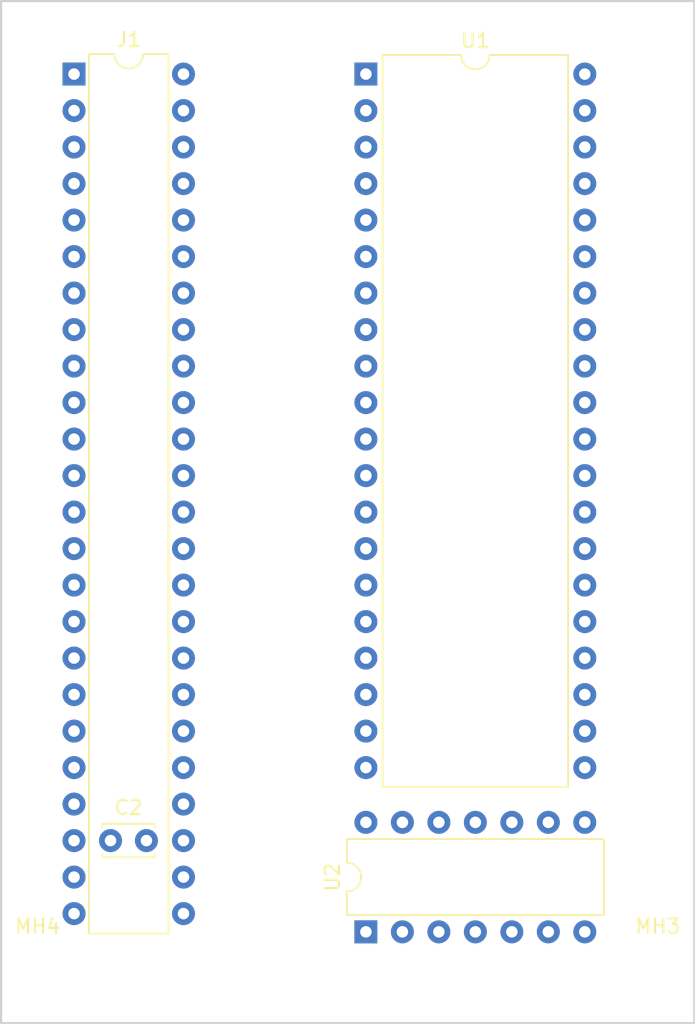
<source format=kicad_pcb>
(kicad_pcb (version 20171130) (host pcbnew 5.1.5+dfsg1-2build2)

  (general
    (thickness 1.6)
    (drawings 4)
    (tracks 0)
    (zones 0)
    (modules 8)
    (nets 70)
  )

  (page A4)
  (layers
    (0 F.Cu signal hide)
    (31 B.Cu signal)
    (32 B.Adhes user)
    (33 F.Adhes user)
    (34 B.Paste user)
    (35 F.Paste user)
    (36 B.SilkS user)
    (37 F.SilkS user)
    (38 B.Mask user)
    (39 F.Mask user)
    (40 Dwgs.User user)
    (41 Cmts.User user)
    (42 Eco1.User user)
    (43 Eco2.User user)
    (44 Edge.Cuts user)
    (45 Margin user)
    (46 B.CrtYd user)
    (47 F.CrtYd user)
    (48 B.Fab user)
    (49 F.Fab user)
  )

  (setup
    (last_trace_width 0.2)
    (user_trace_width 0.2)
    (user_trace_width 0.4)
    (user_trace_width 0.6)
    (user_trace_width 0.8)
    (user_trace_width 1)
    (user_trace_width 1.2)
    (user_trace_width 1.6)
    (user_trace_width 2)
    (trace_clearance 0.2)
    (zone_clearance 0.35)
    (zone_45_only no)
    (trace_min 0.1524)
    (via_size 0.6)
    (via_drill 0.3)
    (via_min_size 0.5)
    (via_min_drill 0.2)
    (user_via 0.9 0.5)
    (user_via 1.2 0.8)
    (user_via 1.4 0.9)
    (user_via 1.5 1)
    (uvia_size 0.3)
    (uvia_drill 0.1)
    (uvias_allowed no)
    (uvia_min_size 0.2)
    (uvia_min_drill 0.1)
    (edge_width 0.15)
    (segment_width 0.2)
    (pcb_text_width 0.3)
    (pcb_text_size 1.5 1.5)
    (mod_edge_width 0.15)
    (mod_text_size 1 1)
    (mod_text_width 0.15)
    (pad_size 3.2 3.2)
    (pad_drill 3.2)
    (pad_to_mask_clearance 0.051)
    (solder_mask_min_width 0.25)
    (aux_axis_origin 101 70)
    (grid_origin 101 70)
    (visible_elements FFFDFF7F)
    (pcbplotparams
      (layerselection 0x010fc_ffffffff)
      (usegerberextensions false)
      (usegerberattributes false)
      (usegerberadvancedattributes false)
      (creategerberjobfile false)
      (excludeedgelayer true)
      (linewidth 0.100000)
      (plotframeref false)
      (viasonmask false)
      (mode 1)
      (useauxorigin false)
      (hpglpennumber 1)
      (hpglpenspeed 20)
      (hpglpendiameter 15.000000)
      (psnegative false)
      (psa4output false)
      (plotreference true)
      (plotvalue true)
      (plotinvisibletext false)
      (padsonsilk false)
      (subtractmaskfromsilk false)
      (outputformat 1)
      (mirror false)
      (drillshape 1)
      (scaleselection 1)
      (outputdirectory ""))
  )

  (net 0 "")
  (net 1 VCC)
  (net 2 GND)
  (net 3 "Net-(U1-Pad14)")
  (net 4 "Net-(U1-Pad13)")
  (net 5 "Net-(J1-Pad20)")
  (net 6 /P53)
  (net 7 "Net-(J1-Pad30)")
  (net 8 "Net-(J1-Pad21)")
  (net 9 "Net-(J1-Pad22)")
  (net 10 "Net-(J1-Pad27)")
  (net 11 "Net-(J1-Pad28)")
  (net 12 "Net-(J1-Pad29)")
  (net 13 /P46)
  (net 14 "Net-(J1-Pad26)")
  (net 15 "Net-(J1-Pad19)")
  (net 16 "Net-(J1-Pad47)")
  (net 17 /P24)
  (net 18 "Net-(J1-Pad46)")
  (net 19 /P23)
  (net 20 "Net-(J1-Pad45)")
  (net 21 /P22)
  (net 22 "Net-(J1-Pad44)")
  (net 23 /P21)
  (net 24 "Net-(J1-Pad43)")
  (net 25 /P20)
  (net 26 "Net-(J1-Pad10)")
  (net 27 /P17)
  (net 28 /P16)
  (net 29 "Net-(J1-Pad39)")
  (net 30 /P15)
  (net 31 /P40)
  (net 32 /P14)
  (net 33 /P41)
  (net 34 /P13)
  (net 35 /P42)
  (net 36 /P12)
  (net 37 /P11)
  (net 38 /P10)
  (net 39 /P45)
  (net 40 "Net-(J1-Pad24)")
  (net 41 "Net-(J1-Pad17)")
  (net 42 "Net-(J1-Pad18)")
  (net 43 "Net-(J1-Pad16)")
  (net 44 "Net-(J1-Pad1)")
  (net 45 "Net-(U1-Pad38)")
  (net 46 "Net-(U1-Pad37)")
  (net 47 "Net-(U1-Pad36)")
  (net 48 "Net-(U1-Pad12)")
  (net 49 "Net-(U1-Pad11)")
  (net 50 "Net-(U1-Pad30)")
  (net 51 "Net-(U1-Pad10)")
  (net 52 "Net-(U1-Pad29)")
  (net 53 "Net-(U1-Pad9)")
  (net 54 "Net-(U1-Pad8)")
  (net 55 "Net-(U1-Pad7)")
  (net 56 /P50)
  (net 57 /P51)
  (net 58 "Net-(J1-Pad31)")
  (net 59 "Net-(J1-Pad42)")
  (net 60 "Net-(J1-Pad41)")
  (net 61 "Net-(J1-Pad40)")
  (net 62 "Net-(J1-Pad35)")
  (net 63 "Net-(J1-Pad34)")
  (net 64 "Net-(U1-Pad39)")
  (net 65 "Net-(U1-Pad35)")
  (net 66 "Net-(U1-Pad34)")
  (net 67 "Net-(U1-Pad33)")
  (net 68 "Net-(U1-Pad32)")
  (net 69 "Net-(U1-Pad31)")

  (net_class Default "This is the default net class."
    (clearance 0.2)
    (trace_width 0.2)
    (via_dia 0.6)
    (via_drill 0.3)
    (uvia_dia 0.3)
    (uvia_drill 0.1)
    (diff_pair_width 0.2)
    (diff_pair_gap 0.2)
    (add_net /P10)
    (add_net /P11)
    (add_net /P12)
    (add_net /P13)
    (add_net /P14)
    (add_net /P15)
    (add_net /P16)
    (add_net /P17)
    (add_net /P20)
    (add_net /P21)
    (add_net /P22)
    (add_net /P23)
    (add_net /P24)
    (add_net /P40)
    (add_net /P41)
    (add_net /P42)
    (add_net /P45)
    (add_net /P46)
    (add_net /P50)
    (add_net /P51)
    (add_net /P53)
    (add_net GND)
    (add_net "Net-(J1-Pad1)")
    (add_net "Net-(J1-Pad10)")
    (add_net "Net-(J1-Pad16)")
    (add_net "Net-(J1-Pad17)")
    (add_net "Net-(J1-Pad18)")
    (add_net "Net-(J1-Pad19)")
    (add_net "Net-(J1-Pad20)")
    (add_net "Net-(J1-Pad21)")
    (add_net "Net-(J1-Pad22)")
    (add_net "Net-(J1-Pad24)")
    (add_net "Net-(J1-Pad26)")
    (add_net "Net-(J1-Pad27)")
    (add_net "Net-(J1-Pad28)")
    (add_net "Net-(J1-Pad29)")
    (add_net "Net-(J1-Pad30)")
    (add_net "Net-(J1-Pad31)")
    (add_net "Net-(J1-Pad34)")
    (add_net "Net-(J1-Pad35)")
    (add_net "Net-(J1-Pad39)")
    (add_net "Net-(J1-Pad40)")
    (add_net "Net-(J1-Pad41)")
    (add_net "Net-(J1-Pad42)")
    (add_net "Net-(J1-Pad43)")
    (add_net "Net-(J1-Pad44)")
    (add_net "Net-(J1-Pad45)")
    (add_net "Net-(J1-Pad46)")
    (add_net "Net-(J1-Pad47)")
    (add_net "Net-(U1-Pad10)")
    (add_net "Net-(U1-Pad11)")
    (add_net "Net-(U1-Pad12)")
    (add_net "Net-(U1-Pad13)")
    (add_net "Net-(U1-Pad14)")
    (add_net "Net-(U1-Pad29)")
    (add_net "Net-(U1-Pad30)")
    (add_net "Net-(U1-Pad31)")
    (add_net "Net-(U1-Pad32)")
    (add_net "Net-(U1-Pad33)")
    (add_net "Net-(U1-Pad34)")
    (add_net "Net-(U1-Pad35)")
    (add_net "Net-(U1-Pad36)")
    (add_net "Net-(U1-Pad37)")
    (add_net "Net-(U1-Pad38)")
    (add_net "Net-(U1-Pad39)")
    (add_net "Net-(U1-Pad7)")
    (add_net "Net-(U1-Pad8)")
    (add_net "Net-(U1-Pad9)")
    (add_net VCC)
  )

  (module Package_DIP:DIP-14_W7.62mm (layer F.Cu) (tedit 5A02E8C5) (tstamp 61A4B534)
    (at 123.86 132.23 90)
    (descr "14-lead though-hole mounted DIP package, row spacing 7.62 mm (300 mils)")
    (tags "THT DIP DIL PDIP 2.54mm 7.62mm 300mil")
    (path /61A5257C)
    (fp_text reference U2 (at 3.81 -2.33 90) (layer F.SilkS)
      (effects (font (size 1 1) (thickness 0.15)))
    )
    (fp_text value 74HCT126 (at 3.81 17.57 90) (layer F.Fab)
      (effects (font (size 1 1) (thickness 0.15)))
    )
    (fp_text user %R (at 3.81 7.62 90) (layer F.Fab)
      (effects (font (size 1 1) (thickness 0.15)))
    )
    (fp_line (start 8.7 -1.55) (end -1.1 -1.55) (layer F.CrtYd) (width 0.05))
    (fp_line (start 8.7 16.8) (end 8.7 -1.55) (layer F.CrtYd) (width 0.05))
    (fp_line (start -1.1 16.8) (end 8.7 16.8) (layer F.CrtYd) (width 0.05))
    (fp_line (start -1.1 -1.55) (end -1.1 16.8) (layer F.CrtYd) (width 0.05))
    (fp_line (start 6.46 -1.33) (end 4.81 -1.33) (layer F.SilkS) (width 0.12))
    (fp_line (start 6.46 16.57) (end 6.46 -1.33) (layer F.SilkS) (width 0.12))
    (fp_line (start 1.16 16.57) (end 6.46 16.57) (layer F.SilkS) (width 0.12))
    (fp_line (start 1.16 -1.33) (end 1.16 16.57) (layer F.SilkS) (width 0.12))
    (fp_line (start 2.81 -1.33) (end 1.16 -1.33) (layer F.SilkS) (width 0.12))
    (fp_line (start 0.635 -0.27) (end 1.635 -1.27) (layer F.Fab) (width 0.1))
    (fp_line (start 0.635 16.51) (end 0.635 -0.27) (layer F.Fab) (width 0.1))
    (fp_line (start 6.985 16.51) (end 0.635 16.51) (layer F.Fab) (width 0.1))
    (fp_line (start 6.985 -1.27) (end 6.985 16.51) (layer F.Fab) (width 0.1))
    (fp_line (start 1.635 -1.27) (end 6.985 -1.27) (layer F.Fab) (width 0.1))
    (fp_arc (start 3.81 -1.33) (end 2.81 -1.33) (angle -180) (layer F.SilkS) (width 0.12))
    (pad 14 thru_hole oval (at 7.62 0 90) (size 1.6 1.6) (drill 0.8) (layers *.Cu *.Mask)
      (net 1 VCC))
    (pad 7 thru_hole oval (at 0 15.24 90) (size 1.6 1.6) (drill 0.8) (layers *.Cu *.Mask)
      (net 2 GND))
    (pad 13 thru_hole oval (at 7.62 2.54 90) (size 1.6 1.6) (drill 0.8) (layers *.Cu *.Mask)
      (net 1 VCC))
    (pad 6 thru_hole oval (at 0 12.7 90) (size 1.6 1.6) (drill 0.8) (layers *.Cu *.Mask)
      (net 64 "Net-(U1-Pad39)"))
    (pad 12 thru_hole oval (at 7.62 5.08 90) (size 1.6 1.6) (drill 0.8) (layers *.Cu *.Mask)
      (net 6 /P53))
    (pad 5 thru_hole oval (at 0 10.16 90) (size 1.6 1.6) (drill 0.8) (layers *.Cu *.Mask)
      (net 13 /P46))
    (pad 11 thru_hole oval (at 7.62 7.62 90) (size 1.6 1.6) (drill 0.8) (layers *.Cu *.Mask)
      (net 6 /P53))
    (pad 4 thru_hole oval (at 0 7.62 90) (size 1.6 1.6) (drill 0.8) (layers *.Cu *.Mask)
      (net 1 VCC))
    (pad 10 thru_hole oval (at 7.62 10.16 90) (size 1.6 1.6) (drill 0.8) (layers *.Cu *.Mask)
      (net 1 VCC))
    (pad 3 thru_hole oval (at 0 5.08 90) (size 1.6 1.6) (drill 0.8) (layers *.Cu *.Mask)
      (net 46 "Net-(U1-Pad37)"))
    (pad 9 thru_hole oval (at 7.62 12.7 90) (size 1.6 1.6) (drill 0.8) (layers *.Cu *.Mask)
      (net 35 /P42))
    (pad 2 thru_hole oval (at 0 2.54 90) (size 1.6 1.6) (drill 0.8) (layers *.Cu *.Mask)
      (net 39 /P45))
    (pad 8 thru_hole oval (at 7.62 15.24 90) (size 1.6 1.6) (drill 0.8) (layers *.Cu *.Mask)
      (net 35 /P42))
    (pad 1 thru_hole rect (at 0 0 90) (size 1.6 1.6) (drill 0.8) (layers *.Cu *.Mask)
      (net 1 VCC))
    (model ${KISYS3DMOD}/Package_DIP.3dshapes/DIP-14_W7.62mm.wrl
      (at (xyz 0 0 0))
      (scale (xyz 1 1 1))
      (rotate (xyz 0 0 0))
    )
  )

  (module 0-LocalLibrary:DIP-48_W7.62mm (layer F.Cu) (tedit 6198C9C5) (tstamp 619B3DEC)
    (at 103.54 72.54)
    (descr "48-lead dip package, row spacing 7.62 mm (300 mils)")
    (tags "DIL DIP PDIP 2.54mm 7.62mm 300mill")
    (path /6217C56F)
    (fp_text reference J1 (at 3.81 -2.39) (layer F.SilkS)
      (effects (font (size 1 1) (thickness 0.15)))
    )
    (fp_text value BionicConnector (at 5.08 60.96) (layer F.Fab)
      (effects (font (size 1 1) (thickness 0.15)))
    )
    (fp_line (start 8.68 60.02) (end 8.68 18.72) (layer F.CrtYd) (width 0.05))
    (fp_line (start 7.365 59.69) (end 0.255 59.69) (layer F.Fab) (width 0.1))
    (fp_line (start 0.255 59.69) (end 0.255 20.05) (layer F.Fab) (width 0.1))
    (fp_line (start -1.1 60.02) (end 8.68 60.02) (layer F.CrtYd) (width 0.05))
    (fp_line (start -1.1 18.72) (end -1.1 60.02) (layer F.CrtYd) (width 0.05))
    (fp_line (start 6.58 59.81) (end 6.58 18.93) (layer F.SilkS) (width 0.12))
    (fp_line (start 1.04 59.81) (end 6.58 59.81) (layer F.SilkS) (width 0.12))
    (fp_line (start 1.04 18.93) (end 1.04 59.81) (layer F.SilkS) (width 0.12))
    (fp_line (start 7.365 19.05) (end 7.365 59.69) (layer F.Fab) (width 0.1))
    (fp_arc (start 3.81 -1.39) (end 2.81 -1.39) (angle -180) (layer F.SilkS) (width 0.12))
    (fp_line (start 8.68 -1.6) (end -1.1 -1.6) (layer F.CrtYd) (width 0.05))
    (fp_line (start 8.68 39.7) (end 8.68 -1.6) (layer F.CrtYd) (width 0.05))
    (fp_line (start -1.1 -1.6) (end -1.1 39.7) (layer F.CrtYd) (width 0.05))
    (fp_line (start 6.58 -1.39) (end 4.81 -1.39) (layer F.SilkS) (width 0.12))
    (fp_line (start 6.58 39.49) (end 6.58 -1.39) (layer F.SilkS) (width 0.12))
    (fp_line (start 1.04 -1.39) (end 1.04 39.49) (layer F.SilkS) (width 0.12))
    (fp_line (start 2.81 -1.39) (end 1.04 -1.39) (layer F.SilkS) (width 0.12))
    (fp_line (start 0.255 -0.27) (end 1.255 -1.27) (layer F.Fab) (width 0.1))
    (fp_line (start 0.255 39.37) (end 0.255 -0.27) (layer F.Fab) (width 0.1))
    (fp_line (start 7.365 -1.27) (end 7.365 39.37) (layer F.Fab) (width 0.1))
    (fp_line (start 1.255 -1.27) (end 7.365 -1.27) (layer F.Fab) (width 0.1))
    (fp_text user %R (at 3.81 19.05) (layer F.Fab)
      (effects (font (size 1 1) (thickness 0.15)))
    )
    (pad 20 thru_hole oval (at 0 48.26) (size 1.6 1.6) (drill 0.8) (layers *.Cu *.Mask)
      (net 5 "Net-(J1-Pad20)"))
    (pad 24 thru_hole oval (at 0 58.42) (size 1.6 1.6) (drill 0.8) (layers *.Cu *.Mask)
      (net 40 "Net-(J1-Pad24)"))
    (pad 25 thru_hole oval (at 7.62 58.42) (size 1.6 1.6) (drill 0.8) (layers *.Cu *.Mask)
      (net 1 VCC))
    (pad 23 thru_hole oval (at 0 55.88) (size 1.6 1.6) (drill 0.8) (layers *.Cu *.Mask)
      (net 6 /P53))
    (pad 30 thru_hole oval (at 7.62 45.72) (size 1.6 1.6) (drill 0.8) (layers *.Cu *.Mask)
      (net 7 "Net-(J1-Pad30)"))
    (pad 21 thru_hole oval (at 0 50.8) (size 1.6 1.6) (drill 0.8) (layers *.Cu *.Mask)
      (net 8 "Net-(J1-Pad21)"))
    (pad 17 thru_hole oval (at 0 40.64) (size 1.6 1.6) (drill 0.8) (layers *.Cu *.Mask)
      (net 41 "Net-(J1-Pad17)"))
    (pad 22 thru_hole oval (at 0 53.34) (size 1.6 1.6) (drill 0.8) (layers *.Cu *.Mask)
      (net 9 "Net-(J1-Pad22)"))
    (pad 27 thru_hole oval (at 7.62 53.34) (size 1.6 1.6) (drill 0.8) (layers *.Cu *.Mask)
      (net 10 "Net-(J1-Pad27)"))
    (pad 18 thru_hole oval (at 0 43.18) (size 1.6 1.6) (drill 0.8) (layers *.Cu *.Mask)
      (net 42 "Net-(J1-Pad18)"))
    (pad 31 thru_hole oval (at 7.62 43.18) (size 1.6 1.6) (drill 0.8) (layers *.Cu *.Mask)
      (net 58 "Net-(J1-Pad31)"))
    (pad 28 thru_hole oval (at 7.62 50.8) (size 1.6 1.6) (drill 0.8) (layers *.Cu *.Mask)
      (net 11 "Net-(J1-Pad28)"))
    (pad 29 thru_hole oval (at 7.62 48.26) (size 1.6 1.6) (drill 0.8) (layers *.Cu *.Mask)
      (net 12 "Net-(J1-Pad29)"))
    (pad 32 thru_hole oval (at 7.62 40.64) (size 1.6 1.6) (drill 0.8) (layers *.Cu *.Mask)
      (net 13 /P46))
    (pad 26 thru_hole oval (at 7.62 55.88) (size 1.6 1.6) (drill 0.8) (layers *.Cu *.Mask)
      (net 14 "Net-(J1-Pad26)"))
    (pad 19 thru_hole oval (at 0 45.72) (size 1.6 1.6) (drill 0.8) (layers *.Cu *.Mask)
      (net 15 "Net-(J1-Pad19)"))
    (pad 48 thru_hole oval (at 7.62 0) (size 1.6 1.6) (drill 0.8) (layers *.Cu *.Mask)
      (net 2 GND))
    (pad 16 thru_hole oval (at 0 38.1) (size 1.6 1.6) (drill 0.8) (layers *.Cu *.Mask)
      (net 43 "Net-(J1-Pad16)"))
    (pad 47 thru_hole oval (at 7.62 2.54) (size 1.6 1.6) (drill 0.8) (layers *.Cu *.Mask)
      (net 16 "Net-(J1-Pad47)"))
    (pad 15 thru_hole oval (at 0 35.56) (size 1.6 1.6) (drill 0.8) (layers *.Cu *.Mask)
      (net 17 /P24))
    (pad 46 thru_hole oval (at 7.62 5.08) (size 1.6 1.6) (drill 0.8) (layers *.Cu *.Mask)
      (net 18 "Net-(J1-Pad46)"))
    (pad 14 thru_hole oval (at 0 33.02) (size 1.6 1.6) (drill 0.8) (layers *.Cu *.Mask)
      (net 19 /P23))
    (pad 45 thru_hole oval (at 7.62 7.62) (size 1.6 1.6) (drill 0.8) (layers *.Cu *.Mask)
      (net 20 "Net-(J1-Pad45)"))
    (pad 13 thru_hole oval (at 0 30.48) (size 1.6 1.6) (drill 0.8) (layers *.Cu *.Mask)
      (net 21 /P22))
    (pad 44 thru_hole oval (at 7.62 10.16) (size 1.6 1.6) (drill 0.8) (layers *.Cu *.Mask)
      (net 22 "Net-(J1-Pad44)"))
    (pad 12 thru_hole oval (at 0 27.94) (size 1.6 1.6) (drill 0.8) (layers *.Cu *.Mask)
      (net 23 /P21))
    (pad 43 thru_hole oval (at 7.62 12.7) (size 1.6 1.6) (drill 0.8) (layers *.Cu *.Mask)
      (net 24 "Net-(J1-Pad43)"))
    (pad 11 thru_hole oval (at 0 25.4) (size 1.6 1.6) (drill 0.8) (layers *.Cu *.Mask)
      (net 25 /P20))
    (pad 42 thru_hole oval (at 7.62 15.24) (size 1.6 1.6) (drill 0.8) (layers *.Cu *.Mask)
      (net 59 "Net-(J1-Pad42)"))
    (pad 10 thru_hole oval (at 0 22.86) (size 1.6 1.6) (drill 0.8) (layers *.Cu *.Mask)
      (net 26 "Net-(J1-Pad10)"))
    (pad 41 thru_hole oval (at 7.62 17.78) (size 1.6 1.6) (drill 0.8) (layers *.Cu *.Mask)
      (net 60 "Net-(J1-Pad41)"))
    (pad 9 thru_hole oval (at 0 20.32) (size 1.6 1.6) (drill 0.8) (layers *.Cu *.Mask)
      (net 27 /P17))
    (pad 40 thru_hole oval (at 7.62 20.32) (size 1.6 1.6) (drill 0.8) (layers *.Cu *.Mask)
      (net 61 "Net-(J1-Pad40)"))
    (pad 8 thru_hole oval (at 0 17.78) (size 1.6 1.6) (drill 0.8) (layers *.Cu *.Mask)
      (net 28 /P16))
    (pad 39 thru_hole oval (at 7.62 22.86) (size 1.6 1.6) (drill 0.8) (layers *.Cu *.Mask)
      (net 29 "Net-(J1-Pad39)"))
    (pad 7 thru_hole oval (at 0 15.24) (size 1.6 1.6) (drill 0.8) (layers *.Cu *.Mask)
      (net 30 /P15))
    (pad 38 thru_hole oval (at 7.62 25.4) (size 1.6 1.6) (drill 0.8) (layers *.Cu *.Mask)
      (net 31 /P40))
    (pad 6 thru_hole oval (at 0 12.7) (size 1.6 1.6) (drill 0.8) (layers *.Cu *.Mask)
      (net 32 /P14))
    (pad 37 thru_hole oval (at 7.62 27.94) (size 1.6 1.6) (drill 0.8) (layers *.Cu *.Mask)
      (net 33 /P41))
    (pad 5 thru_hole oval (at 0 10.16) (size 1.6 1.6) (drill 0.8) (layers *.Cu *.Mask)
      (net 34 /P13))
    (pad 36 thru_hole oval (at 7.62 30.48) (size 1.6 1.6) (drill 0.8) (layers *.Cu *.Mask)
      (net 35 /P42))
    (pad 4 thru_hole oval (at 0 7.62) (size 1.6 1.6) (drill 0.8) (layers *.Cu *.Mask)
      (net 36 /P12))
    (pad 35 thru_hole oval (at 7.62 33.02) (size 1.6 1.6) (drill 0.8) (layers *.Cu *.Mask)
      (net 62 "Net-(J1-Pad35)"))
    (pad 3 thru_hole oval (at 0 5.08) (size 1.6 1.6) (drill 0.8) (layers *.Cu *.Mask)
      (net 37 /P11))
    (pad 34 thru_hole oval (at 7.62 35.56) (size 1.6 1.6) (drill 0.8) (layers *.Cu *.Mask)
      (net 63 "Net-(J1-Pad34)"))
    (pad 2 thru_hole oval (at 0 2.54) (size 1.6 1.6) (drill 0.8) (layers *.Cu *.Mask)
      (net 38 /P10))
    (pad 33 thru_hole oval (at 7.62 38.1) (size 1.6 1.6) (drill 0.8) (layers *.Cu *.Mask)
      (net 39 /P45))
    (pad 1 thru_hole rect (at 0 0) (size 1.6 1.6) (drill 0.8) (layers *.Cu *.Mask)
      (net 44 "Net-(J1-Pad1)"))
    (model ${KISYS3DMOD}/Package_DIP.3dshapes/DIP-32_W7.62mm.wrl
      (at (xyz 0 0 0))
      (scale (xyz 1 1 1))
      (rotate (xyz 0 0 0))
    )
  )

  (module Package_DIP:DIP-40_W15.24mm (layer F.Cu) (tedit 5A02E8C5) (tstamp 618ABB52)
    (at 123.86 72.54)
    (descr "40-lead though-hole mounted DIP package, row spacing 15.24 mm (600 mils)")
    (tags "THT DIP DIL PDIP 2.54mm 15.24mm 600mil")
    (path /6218ACEF)
    (fp_text reference U1 (at 7.62 -2.33) (layer F.SilkS)
      (effects (font (size 1 1) (thickness 0.15)))
    )
    (fp_text value MC146805E2P (at 7.62 50.59) (layer F.Fab)
      (effects (font (size 1 1) (thickness 0.15)))
    )
    (fp_text user %R (at 7.62 24.13) (layer F.Fab)
      (effects (font (size 1 1) (thickness 0.15)))
    )
    (fp_line (start 16.3 -1.55) (end -1.05 -1.55) (layer F.CrtYd) (width 0.05))
    (fp_line (start 16.3 49.8) (end 16.3 -1.55) (layer F.CrtYd) (width 0.05))
    (fp_line (start -1.05 49.8) (end 16.3 49.8) (layer F.CrtYd) (width 0.05))
    (fp_line (start -1.05 -1.55) (end -1.05 49.8) (layer F.CrtYd) (width 0.05))
    (fp_line (start 14.08 -1.33) (end 8.62 -1.33) (layer F.SilkS) (width 0.12))
    (fp_line (start 14.08 49.59) (end 14.08 -1.33) (layer F.SilkS) (width 0.12))
    (fp_line (start 1.16 49.59) (end 14.08 49.59) (layer F.SilkS) (width 0.12))
    (fp_line (start 1.16 -1.33) (end 1.16 49.59) (layer F.SilkS) (width 0.12))
    (fp_line (start 6.62 -1.33) (end 1.16 -1.33) (layer F.SilkS) (width 0.12))
    (fp_line (start 0.255 -0.27) (end 1.255 -1.27) (layer F.Fab) (width 0.1))
    (fp_line (start 0.255 49.53) (end 0.255 -0.27) (layer F.Fab) (width 0.1))
    (fp_line (start 14.985 49.53) (end 0.255 49.53) (layer F.Fab) (width 0.1))
    (fp_line (start 14.985 -1.27) (end 14.985 49.53) (layer F.Fab) (width 0.1))
    (fp_line (start 1.255 -1.27) (end 14.985 -1.27) (layer F.Fab) (width 0.1))
    (fp_arc (start 7.62 -1.33) (end 6.62 -1.33) (angle -180) (layer F.SilkS) (width 0.12))
    (pad 40 thru_hole oval (at 15.24 0) (size 1.6 1.6) (drill 0.8) (layers *.Cu *.Mask)
      (net 1 VCC))
    (pad 20 thru_hole oval (at 0 48.26) (size 1.6 1.6) (drill 0.8) (layers *.Cu *.Mask)
      (net 2 GND))
    (pad 39 thru_hole oval (at 15.24 2.54) (size 1.6 1.6) (drill 0.8) (layers *.Cu *.Mask)
      (net 64 "Net-(U1-Pad39)"))
    (pad 19 thru_hole oval (at 0 45.72) (size 1.6 1.6) (drill 0.8) (layers *.Cu *.Mask)
      (net 25 /P20))
    (pad 38 thru_hole oval (at 15.24 5.08) (size 1.6 1.6) (drill 0.8) (layers *.Cu *.Mask)
      (net 45 "Net-(U1-Pad38)"))
    (pad 18 thru_hole oval (at 0 43.18) (size 1.6 1.6) (drill 0.8) (layers *.Cu *.Mask)
      (net 23 /P21))
    (pad 37 thru_hole oval (at 15.24 7.62) (size 1.6 1.6) (drill 0.8) (layers *.Cu *.Mask)
      (net 46 "Net-(U1-Pad37)"))
    (pad 17 thru_hole oval (at 0 40.64) (size 1.6 1.6) (drill 0.8) (layers *.Cu *.Mask)
      (net 21 /P22))
    (pad 36 thru_hole oval (at 15.24 10.16) (size 1.6 1.6) (drill 0.8) (layers *.Cu *.Mask)
      (net 47 "Net-(U1-Pad36)"))
    (pad 16 thru_hole oval (at 0 38.1) (size 1.6 1.6) (drill 0.8) (layers *.Cu *.Mask)
      (net 19 /P23))
    (pad 35 thru_hole oval (at 15.24 12.7) (size 1.6 1.6) (drill 0.8) (layers *.Cu *.Mask)
      (net 65 "Net-(U1-Pad35)"))
    (pad 15 thru_hole oval (at 0 35.56) (size 1.6 1.6) (drill 0.8) (layers *.Cu *.Mask)
      (net 17 /P24))
    (pad 34 thru_hole oval (at 15.24 15.24) (size 1.6 1.6) (drill 0.8) (layers *.Cu *.Mask)
      (net 66 "Net-(U1-Pad34)"))
    (pad 14 thru_hole oval (at 0 33.02) (size 1.6 1.6) (drill 0.8) (layers *.Cu *.Mask)
      (net 3 "Net-(U1-Pad14)"))
    (pad 33 thru_hole oval (at 15.24 17.78) (size 1.6 1.6) (drill 0.8) (layers *.Cu *.Mask)
      (net 67 "Net-(U1-Pad33)"))
    (pad 13 thru_hole oval (at 0 30.48) (size 1.6 1.6) (drill 0.8) (layers *.Cu *.Mask)
      (net 4 "Net-(U1-Pad13)"))
    (pad 32 thru_hole oval (at 15.24 20.32) (size 1.6 1.6) (drill 0.8) (layers *.Cu *.Mask)
      (net 68 "Net-(U1-Pad32)"))
    (pad 12 thru_hole oval (at 0 27.94) (size 1.6 1.6) (drill 0.8) (layers *.Cu *.Mask)
      (net 48 "Net-(U1-Pad12)"))
    (pad 31 thru_hole oval (at 15.24 22.86) (size 1.6 1.6) (drill 0.8) (layers *.Cu *.Mask)
      (net 69 "Net-(U1-Pad31)"))
    (pad 11 thru_hole oval (at 0 25.4) (size 1.6 1.6) (drill 0.8) (layers *.Cu *.Mask)
      (net 49 "Net-(U1-Pad11)"))
    (pad 30 thru_hole oval (at 15.24 25.4) (size 1.6 1.6) (drill 0.8) (layers *.Cu *.Mask)
      (net 50 "Net-(U1-Pad30)"))
    (pad 10 thru_hole oval (at 0 22.86) (size 1.6 1.6) (drill 0.8) (layers *.Cu *.Mask)
      (net 51 "Net-(U1-Pad10)"))
    (pad 29 thru_hole oval (at 15.24 27.94) (size 1.6 1.6) (drill 0.8) (layers *.Cu *.Mask)
      (net 52 "Net-(U1-Pad29)"))
    (pad 9 thru_hole oval (at 0 20.32) (size 1.6 1.6) (drill 0.8) (layers *.Cu *.Mask)
      (net 53 "Net-(U1-Pad9)"))
    (pad 28 thru_hole oval (at 15.24 30.48) (size 1.6 1.6) (drill 0.8) (layers *.Cu *.Mask)
      (net 38 /P10))
    (pad 8 thru_hole oval (at 0 17.78) (size 1.6 1.6) (drill 0.8) (layers *.Cu *.Mask)
      (net 54 "Net-(U1-Pad8)"))
    (pad 27 thru_hole oval (at 15.24 33.02) (size 1.6 1.6) (drill 0.8) (layers *.Cu *.Mask)
      (net 37 /P11))
    (pad 7 thru_hole oval (at 0 15.24) (size 1.6 1.6) (drill 0.8) (layers *.Cu *.Mask)
      (net 55 "Net-(U1-Pad7)"))
    (pad 26 thru_hole oval (at 15.24 35.56) (size 1.6 1.6) (drill 0.8) (layers *.Cu *.Mask)
      (net 36 /P12))
    (pad 6 thru_hole oval (at 0 12.7) (size 1.6 1.6) (drill 0.8) (layers *.Cu *.Mask)
      (net 31 /P40))
    (pad 25 thru_hole oval (at 15.24 38.1) (size 1.6 1.6) (drill 0.8) (layers *.Cu *.Mask)
      (net 34 /P13))
    (pad 5 thru_hole oval (at 0 10.16) (size 1.6 1.6) (drill 0.8) (layers *.Cu *.Mask)
      (net 33 /P41))
    (pad 24 thru_hole oval (at 15.24 40.64) (size 1.6 1.6) (drill 0.8) (layers *.Cu *.Mask)
      (net 32 /P14))
    (pad 4 thru_hole oval (at 0 7.62) (size 1.6 1.6) (drill 0.8) (layers *.Cu *.Mask)
      (net 56 /P50))
    (pad 23 thru_hole oval (at 15.24 43.18) (size 1.6 1.6) (drill 0.8) (layers *.Cu *.Mask)
      (net 30 /P15))
    (pad 3 thru_hole oval (at 0 5.08) (size 1.6 1.6) (drill 0.8) (layers *.Cu *.Mask)
      (net 57 /P51))
    (pad 22 thru_hole oval (at 15.24 45.72) (size 1.6 1.6) (drill 0.8) (layers *.Cu *.Mask)
      (net 28 /P16))
    (pad 2 thru_hole oval (at 0 2.54) (size 1.6 1.6) (drill 0.8) (layers *.Cu *.Mask)
      (net 35 /P42))
    (pad 21 thru_hole oval (at 15.24 48.26) (size 1.6 1.6) (drill 0.8) (layers *.Cu *.Mask)
      (net 27 /P17))
    (pad 1 thru_hole rect (at 0 0) (size 1.6 1.6) (drill 0.8) (layers *.Cu *.Mask)
      (net 6 /P53))
    (model ${KISYS3DMOD}/Package_DIP.3dshapes/DIP-40_W15.24mm.wrl
      (at (xyz 0 0 0))
      (scale (xyz 1 1 1))
      (rotate (xyz 0 0 0))
    )
  )

  (module Capacitor_THT:C_Disc_D3.4mm_W2.1mm_P2.50mm (layer F.Cu) (tedit 5AE50EF0) (tstamp 618ABA14)
    (at 106.08 125.88)
    (descr "C, Disc series, Radial, pin pitch=2.50mm, , diameter*width=3.4*2.1mm^2, Capacitor, http://www.vishay.com/docs/45233/krseries.pdf")
    (tags "C Disc series Radial pin pitch 2.50mm  diameter 3.4mm width 2.1mm Capacitor")
    (path /5D0E12B4)
    (fp_text reference C2 (at 1.25 -2.3) (layer F.SilkS)
      (effects (font (size 1 1) (thickness 0.15)))
    )
    (fp_text value 0.1u (at 1.25 2.3) (layer F.Fab)
      (effects (font (size 1 1) (thickness 0.15)))
    )
    (fp_text user %R (at 1.25 0) (layer F.Fab)
      (effects (font (size 0.68 0.68) (thickness 0.102)))
    )
    (fp_line (start 3.55 -1.3) (end -1.05 -1.3) (layer F.CrtYd) (width 0.05))
    (fp_line (start 3.55 1.3) (end 3.55 -1.3) (layer F.CrtYd) (width 0.05))
    (fp_line (start -1.05 1.3) (end 3.55 1.3) (layer F.CrtYd) (width 0.05))
    (fp_line (start -1.05 -1.3) (end -1.05 1.3) (layer F.CrtYd) (width 0.05))
    (fp_line (start 3.07 0.925) (end 3.07 1.17) (layer F.SilkS) (width 0.12))
    (fp_line (start 3.07 -1.17) (end 3.07 -0.925) (layer F.SilkS) (width 0.12))
    (fp_line (start -0.57 0.925) (end -0.57 1.17) (layer F.SilkS) (width 0.12))
    (fp_line (start -0.57 -1.17) (end -0.57 -0.925) (layer F.SilkS) (width 0.12))
    (fp_line (start -0.57 1.17) (end 3.07 1.17) (layer F.SilkS) (width 0.12))
    (fp_line (start -0.57 -1.17) (end 3.07 -1.17) (layer F.SilkS) (width 0.12))
    (fp_line (start 2.95 -1.05) (end -0.45 -1.05) (layer F.Fab) (width 0.1))
    (fp_line (start 2.95 1.05) (end 2.95 -1.05) (layer F.Fab) (width 0.1))
    (fp_line (start -0.45 1.05) (end 2.95 1.05) (layer F.Fab) (width 0.1))
    (fp_line (start -0.45 -1.05) (end -0.45 1.05) (layer F.Fab) (width 0.1))
    (pad 2 thru_hole circle (at 2.5 0) (size 1.6 1.6) (drill 0.8) (layers *.Cu *.Mask)
      (net 2 GND))
    (pad 1 thru_hole circle (at 0 0) (size 1.6 1.6) (drill 0.8) (layers *.Cu *.Mask)
      (net 1 VCC))
    (model ${KISYS3DMOD}/Capacitor_THT.3dshapes/C_Disc_D3.4mm_W2.1mm_P2.50mm.wrl
      (at (xyz 0 0 0))
      (scale (xyz 1 1 1))
      (rotate (xyz 0 0 0))
    )
  )

  (module MountingHole:MountingHole_3.2mm_M3 (layer F.Cu) (tedit 56D1B4CB) (tstamp 618AA90D)
    (at 101 136.04)
    (descr "Mounting Hole 3.2mm, no annular, M3")
    (tags "mounting hole 3.2mm no annular m3")
    (attr virtual)
    (fp_text reference MH4 (at 0 -4.2) (layer F.SilkS)
      (effects (font (size 1 1) (thickness 0.15)))
    )
    (fp_text value MountingHole_3.2mm_M3 (at 0 4.2) (layer F.Fab)
      (effects (font (size 1 1) (thickness 0.15)))
    )
    (fp_circle (center 0 0) (end 3.45 0) (layer F.CrtYd) (width 0.05))
    (fp_circle (center 0 0) (end 3.2 0) (layer Cmts.User) (width 0.15))
    (fp_text user %R (at 0.3 0) (layer F.Fab)
      (effects (font (size 1 1) (thickness 0.15)))
    )
    (pad 1 np_thru_hole circle (at 0 0) (size 3.2 3.2) (drill 3.2) (layers *.Cu *.Mask))
  )

  (module MountingHole:MountingHole_3.2mm_M3 (layer F.Cu) (tedit 56D1B4CB) (tstamp 618AA8EF)
    (at 144.18 136.04)
    (descr "Mounting Hole 3.2mm, no annular, M3")
    (tags "mounting hole 3.2mm no annular m3")
    (attr virtual)
    (fp_text reference MH3 (at 0 -4.2) (layer F.SilkS)
      (effects (font (size 1 1) (thickness 0.15)))
    )
    (fp_text value MountingHole_3.2mm_M3 (at 0 4.2) (layer F.Fab)
      (effects (font (size 1 1) (thickness 0.15)))
    )
    (fp_circle (center 0 0) (end 3.45 0) (layer F.CrtYd) (width 0.05))
    (fp_circle (center 0 0) (end 3.2 0) (layer Cmts.User) (width 0.15))
    (fp_text user %R (at 0.3 0) (layer F.Fab)
      (effects (font (size 1 1) (thickness 0.15)))
    )
    (pad 1 np_thru_hole circle (at 0 0) (size 3.2 3.2) (drill 3.2) (layers *.Cu *.Mask))
  )

  (module MountingHole:MountingHole_3.2mm_M3 (layer F.Cu) (tedit 56D1B4CB) (tstamp 618AA8C0)
    (at 144.18 70)
    (descr "Mounting Hole 3.2mm, no annular, M3")
    (tags "mounting hole 3.2mm no annular m3")
    (attr virtual)
    (fp_text reference MH2 (at 0 -4.2) (layer F.SilkS)
      (effects (font (size 1 1) (thickness 0.15)))
    )
    (fp_text value MountingHole_3.2mm_M3 (at 0 4.2) (layer F.Fab)
      (effects (font (size 1 1) (thickness 0.15)))
    )
    (fp_circle (center 0 0) (end 3.45 0) (layer F.CrtYd) (width 0.05))
    (fp_circle (center 0 0) (end 3.2 0) (layer Cmts.User) (width 0.15))
    (fp_text user %R (at 0.3 0) (layer F.Fab)
      (effects (font (size 1 1) (thickness 0.15)))
    )
    (pad 1 np_thru_hole circle (at 0 0) (size 3.2 3.2) (drill 3.2) (layers *.Cu *.Mask))
  )

  (module MountingHole:MountingHole_3.2mm_M3 (layer F.Cu) (tedit 618A6455) (tstamp 618AA897)
    (at 101 70)
    (descr "Mounting Hole 3.2mm, no annular, M3")
    (tags "mounting hole 3.2mm no annular m3")
    (attr virtual)
    (fp_text reference MH1 (at 0 -4.2) (layer F.SilkS)
      (effects (font (size 1 1) (thickness 0.15)))
    )
    (fp_text value MountingHole_3.2mm_M3 (at 0 4.2) (layer F.Fab)
      (effects (font (size 1 1) (thickness 0.15)))
    )
    (fp_circle (center 0 0) (end 3.45 0) (layer F.CrtYd) (width 0.05))
    (fp_circle (center 0 0) (end 3.2 0) (layer Cmts.User) (width 0.15))
    (fp_text user %R (at 0.3 0) (layer F.Fab)
      (effects (font (size 1 1) (thickness 0.15)))
    )
    (pad "" np_thru_hole circle (at 0 0) (size 3.2 3.2) (drill 3.2) (layers *.Cu *.Mask))
  )

  (gr_line (start 98.46 138.58) (end 98.46 67.46) (layer Edge.Cuts) (width 0.15) (tstamp 618AA84D))
  (gr_line (start 146.72 138.58) (end 98.46 138.58) (layer Edge.Cuts) (width 0.15))
  (gr_line (start 146.72 67.46) (end 146.72 138.58) (layer Edge.Cuts) (width 0.15))
  (gr_line (start 98.46 67.46) (end 146.72 67.46) (layer Edge.Cuts) (width 0.15))

)

</source>
